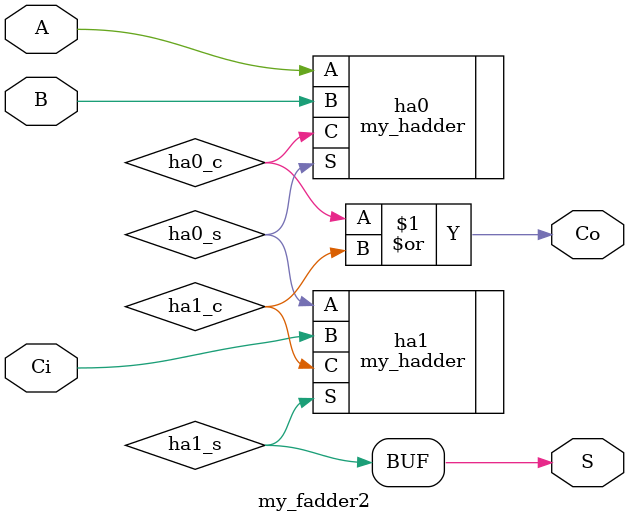
<source format=v>
`timescale 1ns / 1ps


module my_fadder2(
    input A,
    input B,
    input Ci,
    output S,
    output Co
    );
    
wire ha0_s, ha0_c;
wire ha1_s, ha1_c;

assign S=ha1_s;
assign Co=ha0_c | ha1_c;   
     
my_hadder ha0(
    .A(A),
    .B(B),
    .S(ha0_s),
    .C(ha0_c)
    );
    
my_hadder ha1(
    .A(ha0_s),
    .B(Ci),
    .S(ha1_s),
    .C(ha1_c)
    );
    
endmodule

</source>
